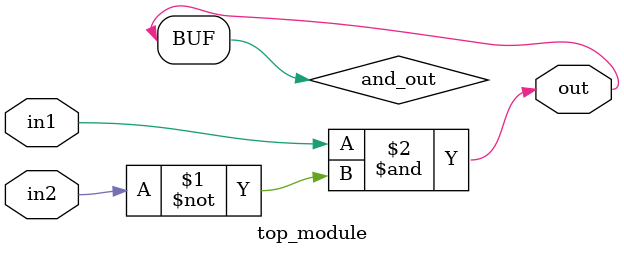
<source format=sv>
module top_module (
    input in1,
    input in2,
    output logic out
);

    logic and_out;

    // AND gate with bubbled input
    assign and_out = in1 & ~in2;

    // Connect the AND gate output to the module output
    assign out = and_out;

endmodule

</source>
